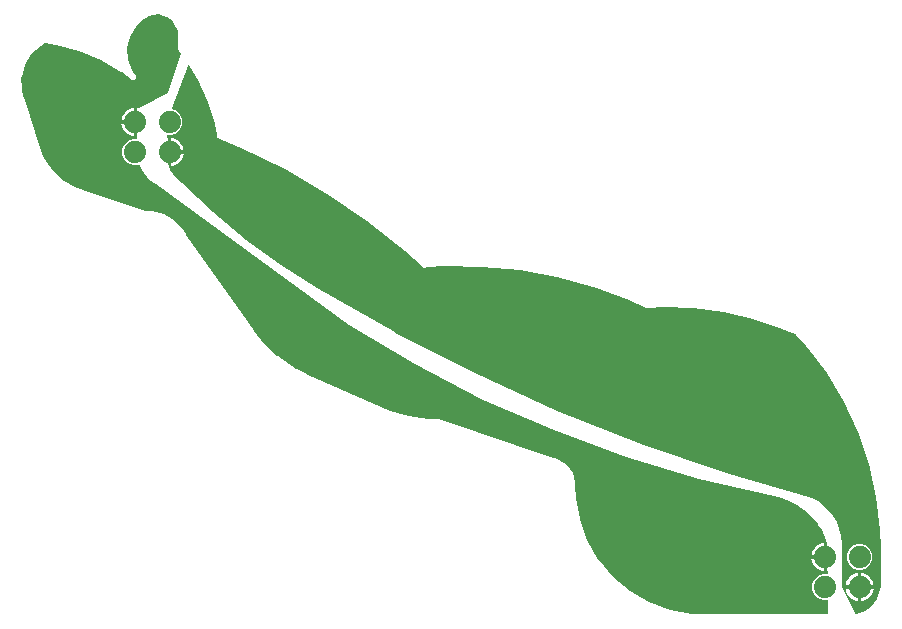
<source format=gbl>
G04 EAGLE Gerber X2 export*
G75*
%MOMM*%
%FSLAX34Y34*%
%LPD*%
%AMOC8*
5,1,8,0,0,1.08239X$1,22.5*%
G01*
%ADD10C,1.879600*%

G36*
X710340Y2831D02*
X710340Y2831D01*
X710346Y2832D01*
X710351Y2832D01*
X710516Y2866D01*
X717471Y5126D01*
X717503Y5142D01*
X717537Y5151D01*
X717683Y5234D01*
X723599Y9532D01*
X723625Y9558D01*
X723655Y9577D01*
X723768Y9701D01*
X728066Y15617D01*
X728082Y15649D01*
X728105Y15676D01*
X728174Y15829D01*
X730434Y22784D01*
X730435Y22790D01*
X730438Y22795D01*
X730469Y22960D01*
X730757Y26616D01*
X730755Y26638D01*
X730759Y26676D01*
X730759Y59472D01*
X730758Y59480D01*
X730759Y59493D01*
X730373Y73644D01*
X730369Y73666D01*
X730369Y73706D01*
X727292Y101839D01*
X727284Y101867D01*
X727279Y101921D01*
X721161Y129553D01*
X721150Y129580D01*
X721138Y129633D01*
X712052Y156437D01*
X712039Y156462D01*
X712021Y156513D01*
X700075Y182170D01*
X700059Y182193D01*
X700036Y182243D01*
X685371Y206448D01*
X685352Y206470D01*
X685324Y206517D01*
X668114Y228984D01*
X668097Y229000D01*
X668074Y229032D01*
X658991Y239072D01*
X658931Y239120D01*
X658878Y239175D01*
X658823Y239206D01*
X658799Y239226D01*
X658774Y239234D01*
X658732Y239259D01*
X647508Y244187D01*
X647487Y244192D01*
X647452Y244208D01*
X623137Y252678D01*
X623110Y252683D01*
X623061Y252700D01*
X597994Y258581D01*
X597966Y258583D01*
X597915Y258595D01*
X572371Y261824D01*
X572343Y261823D01*
X572291Y261830D01*
X546549Y262371D01*
X546527Y262368D01*
X546489Y262370D01*
X534024Y261652D01*
X534000Y261647D01*
X533975Y261648D01*
X533811Y261609D01*
X533264Y261413D01*
X533116Y261483D01*
X533005Y261515D01*
X532894Y261549D01*
X532885Y261550D01*
X532880Y261551D01*
X532859Y261550D01*
X532727Y261554D01*
X532564Y261540D01*
X532115Y261920D01*
X532095Y261932D01*
X532079Y261948D01*
X531934Y262033D01*
X517728Y268385D01*
X517709Y268390D01*
X517682Y268404D01*
X487759Y279495D01*
X487735Y279500D01*
X487696Y279516D01*
X456920Y287957D01*
X456897Y287960D01*
X456856Y287972D01*
X425462Y293699D01*
X425438Y293700D01*
X425396Y293708D01*
X393622Y296678D01*
X393598Y296676D01*
X393556Y296681D01*
X361644Y296870D01*
X361626Y296867D01*
X361595Y296868D01*
X346940Y295995D01*
X346867Y295978D01*
X345619Y295915D01*
X345610Y295913D01*
X345596Y295914D01*
X344552Y295828D01*
X343774Y296531D01*
X343767Y296536D01*
X343757Y296546D01*
X342860Y297308D01*
X342839Y297330D01*
X342825Y297352D01*
X342801Y297372D01*
X342758Y297418D01*
X328258Y310065D01*
X328245Y310073D01*
X328227Y310091D01*
X295924Y335414D01*
X295907Y335424D01*
X295881Y335446D01*
X261891Y358454D01*
X261873Y358462D01*
X261846Y358482D01*
X226333Y379064D01*
X226314Y379071D01*
X226286Y379089D01*
X189424Y397143D01*
X189409Y397147D01*
X189388Y397159D01*
X171331Y404859D01*
X171325Y404861D01*
X171319Y404864D01*
X171206Y404890D01*
X171092Y404918D01*
X171086Y404917D01*
X171080Y404919D01*
X170912Y404910D01*
X170813Y404895D01*
X170284Y405277D01*
X170277Y405281D01*
X170272Y405286D01*
X170124Y405366D01*
X169519Y405612D01*
X169469Y405731D01*
X169469Y405732D01*
X169415Y405817D01*
X169338Y405939D01*
X169338Y405940D01*
X169337Y405940D01*
X169214Y406052D01*
X169108Y406128D01*
X169005Y406773D01*
X169002Y406780D01*
X169002Y406788D01*
X168954Y406949D01*
X168700Y407551D01*
X168728Y407620D01*
X168731Y407632D01*
X168737Y407643D01*
X168758Y407751D01*
X168783Y407860D01*
X168781Y407872D01*
X168784Y407884D01*
X168770Y408051D01*
X167030Y417009D01*
X167021Y417033D01*
X167013Y417081D01*
X161296Y436236D01*
X161282Y436264D01*
X161262Y436329D01*
X153094Y454574D01*
X153076Y454601D01*
X153047Y454662D01*
X145458Y466991D01*
X145442Y467009D01*
X145431Y467031D01*
X145362Y467102D01*
X145297Y467177D01*
X145276Y467189D01*
X145259Y467206D01*
X145170Y467251D01*
X145085Y467302D01*
X145061Y467307D01*
X145039Y467318D01*
X144941Y467332D01*
X144844Y467352D01*
X144820Y467350D01*
X144796Y467353D01*
X144698Y467335D01*
X144600Y467324D01*
X144578Y467313D01*
X144554Y467309D01*
X144467Y467261D01*
X144377Y467219D01*
X144360Y467202D01*
X144339Y467190D01*
X144271Y467117D01*
X144200Y467048D01*
X144189Y467027D01*
X144173Y467009D01*
X144097Y466859D01*
X130631Y430951D01*
X130630Y430944D01*
X130626Y430938D01*
X130606Y430824D01*
X130583Y430710D01*
X130584Y430703D01*
X130583Y430696D01*
X130600Y430581D01*
X130615Y430466D01*
X130618Y430460D01*
X130619Y430453D01*
X130671Y430349D01*
X130722Y430245D01*
X130727Y430240D01*
X130730Y430234D01*
X130813Y430152D01*
X130895Y430069D01*
X130901Y430066D01*
X130906Y430061D01*
X131053Y429980D01*
X134965Y428360D01*
X138038Y425287D01*
X139701Y421273D01*
X139701Y416927D01*
X138038Y412913D01*
X134965Y409840D01*
X130951Y408177D01*
X127000Y408177D01*
X126980Y408174D01*
X126961Y408176D01*
X126859Y408154D01*
X126757Y408138D01*
X126740Y408128D01*
X126720Y408124D01*
X126631Y408071D01*
X126540Y408022D01*
X126526Y408008D01*
X126509Y407998D01*
X126442Y407919D01*
X126371Y407844D01*
X126362Y407826D01*
X126349Y407811D01*
X126310Y407715D01*
X126267Y407621D01*
X126265Y407601D01*
X126257Y407583D01*
X126239Y407416D01*
X126239Y406277D01*
X126252Y406198D01*
X126255Y406119D01*
X126271Y406078D01*
X126279Y406034D01*
X126316Y405964D01*
X126345Y405890D01*
X126373Y405856D01*
X126394Y405817D01*
X126451Y405762D01*
X126502Y405701D01*
X126540Y405678D01*
X126572Y405647D01*
X126644Y405614D01*
X126712Y405572D01*
X126755Y405562D01*
X126795Y405544D01*
X126874Y405535D01*
X126952Y405517D01*
X127010Y405520D01*
X127039Y405516D01*
X127067Y405522D01*
X127119Y405525D01*
X127255Y405546D01*
X127255Y394462D01*
X127258Y394442D01*
X127256Y394423D01*
X127278Y394321D01*
X127295Y394219D01*
X127304Y394202D01*
X127308Y394182D01*
X127361Y394093D01*
X127410Y394002D01*
X127424Y393988D01*
X127434Y393971D01*
X127513Y393904D01*
X127588Y393833D01*
X127606Y393824D01*
X127621Y393811D01*
X127717Y393773D01*
X127811Y393729D01*
X127831Y393727D01*
X127849Y393719D01*
X128016Y393701D01*
X128779Y393701D01*
X128779Y393699D01*
X128016Y393699D01*
X127996Y393696D01*
X127977Y393698D01*
X127875Y393676D01*
X127773Y393659D01*
X127756Y393650D01*
X127736Y393646D01*
X127647Y393593D01*
X127556Y393544D01*
X127542Y393530D01*
X127525Y393520D01*
X127458Y393441D01*
X127387Y393366D01*
X127378Y393348D01*
X127365Y393333D01*
X127326Y393237D01*
X127283Y393143D01*
X127281Y393123D01*
X127273Y393105D01*
X127255Y392938D01*
X127255Y384943D01*
X127261Y384905D01*
X127259Y384867D01*
X127294Y384703D01*
X128503Y381061D01*
X128518Y381032D01*
X128544Y380961D01*
X130435Y377179D01*
X130454Y377153D01*
X130491Y377086D01*
X132901Y373612D01*
X132924Y373589D01*
X132969Y373528D01*
X135850Y370433D01*
X135876Y370413D01*
X135930Y370359D01*
X139199Y367726D01*
X165505Y342762D01*
X165521Y342752D01*
X165543Y342729D01*
X193450Y319519D01*
X193466Y319509D01*
X193489Y319488D01*
X222855Y298153D01*
X222871Y298145D01*
X222896Y298125D01*
X253594Y278756D01*
X253605Y278751D01*
X253622Y278739D01*
X319677Y240896D01*
X319690Y240891D01*
X319709Y240879D01*
X387490Y206223D01*
X387503Y206218D01*
X387522Y206207D01*
X456876Y174816D01*
X456890Y174812D01*
X456910Y174801D01*
X527679Y146747D01*
X527693Y146744D01*
X527713Y146734D01*
X599737Y122079D01*
X599751Y122077D01*
X599772Y122068D01*
X672798Y100895D01*
X677932Y97900D01*
X682676Y94244D01*
X686911Y90009D01*
X690567Y85266D01*
X693584Y80092D01*
X695913Y74574D01*
X697514Y68803D01*
X698361Y62874D01*
X698440Y56886D01*
X697744Y50888D01*
X697745Y50858D01*
X697739Y50800D01*
X697739Y25400D01*
X697754Y25309D01*
X697761Y25217D01*
X697775Y25180D01*
X697779Y25157D01*
X697794Y25129D01*
X697819Y25060D01*
X708757Y3183D01*
X708827Y3086D01*
X708897Y2988D01*
X708900Y2986D01*
X708901Y2984D01*
X709000Y2913D01*
X709096Y2844D01*
X709099Y2843D01*
X709102Y2841D01*
X709217Y2805D01*
X709330Y2770D01*
X709334Y2770D01*
X709337Y2769D01*
X709348Y2769D01*
X709498Y2765D01*
X710340Y2831D01*
G37*
G36*
X685820Y2544D02*
X685820Y2544D01*
X685839Y2542D01*
X685941Y2564D01*
X686043Y2580D01*
X686060Y2590D01*
X686080Y2594D01*
X686169Y2647D01*
X686260Y2696D01*
X686274Y2710D01*
X686291Y2720D01*
X686358Y2799D01*
X686430Y2874D01*
X686438Y2892D01*
X686451Y2907D01*
X686490Y3003D01*
X686533Y3097D01*
X686535Y3117D01*
X686543Y3135D01*
X686561Y3302D01*
X686561Y13716D01*
X686558Y13736D01*
X686560Y13755D01*
X686538Y13857D01*
X686522Y13959D01*
X686512Y13976D01*
X686508Y13996D01*
X686455Y14085D01*
X686406Y14176D01*
X686392Y14190D01*
X686382Y14207D01*
X686303Y14274D01*
X686228Y14346D01*
X686210Y14354D01*
X686195Y14367D01*
X686099Y14406D01*
X686005Y14449D01*
X685985Y14451D01*
X685967Y14459D01*
X685800Y14477D01*
X681849Y14477D01*
X677835Y16140D01*
X674762Y19213D01*
X673099Y23227D01*
X673099Y27573D01*
X674762Y31587D01*
X677835Y34660D01*
X681849Y36323D01*
X685800Y36323D01*
X685820Y36326D01*
X685839Y36324D01*
X685941Y36346D01*
X686043Y36362D01*
X686060Y36372D01*
X686080Y36376D01*
X686169Y36429D01*
X686260Y36478D01*
X686274Y36492D01*
X686291Y36502D01*
X686358Y36581D01*
X686430Y36656D01*
X686438Y36674D01*
X686451Y36689D01*
X686490Y36785D01*
X686533Y36879D01*
X686535Y36899D01*
X686543Y36917D01*
X686561Y37084D01*
X686561Y38223D01*
X686548Y38302D01*
X686545Y38381D01*
X686529Y38422D01*
X686522Y38466D01*
X686484Y38536D01*
X686455Y38610D01*
X686427Y38644D01*
X686406Y38683D01*
X686349Y38738D01*
X686298Y38799D01*
X686260Y38822D01*
X686228Y38853D01*
X686156Y38886D01*
X686088Y38928D01*
X686045Y38938D01*
X686005Y38956D01*
X685926Y38965D01*
X685848Y38983D01*
X685790Y38980D01*
X685761Y38984D01*
X685733Y38978D01*
X685681Y38975D01*
X685545Y38954D01*
X685545Y50038D01*
X685542Y50058D01*
X685544Y50077D01*
X685522Y50179D01*
X685505Y50281D01*
X685496Y50298D01*
X685492Y50318D01*
X685439Y50407D01*
X685390Y50498D01*
X685376Y50512D01*
X685366Y50529D01*
X685287Y50596D01*
X685212Y50667D01*
X685194Y50676D01*
X685179Y50689D01*
X685083Y50727D01*
X684989Y50771D01*
X684969Y50773D01*
X684951Y50781D01*
X684784Y50799D01*
X684021Y50799D01*
X684021Y50801D01*
X684784Y50801D01*
X684804Y50804D01*
X684823Y50802D01*
X684925Y50824D01*
X685027Y50841D01*
X685044Y50850D01*
X685064Y50854D01*
X685153Y50907D01*
X685244Y50956D01*
X685258Y50970D01*
X685275Y50980D01*
X685342Y51059D01*
X685413Y51134D01*
X685422Y51152D01*
X685435Y51167D01*
X685474Y51263D01*
X685517Y51357D01*
X685519Y51377D01*
X685527Y51395D01*
X685545Y51562D01*
X685545Y60271D01*
X685540Y60301D01*
X685533Y60406D01*
X685185Y62333D01*
X685175Y62362D01*
X685164Y62421D01*
X683477Y67918D01*
X683463Y67945D01*
X683445Y68003D01*
X681116Y73261D01*
X681100Y73286D01*
X681075Y73341D01*
X678138Y78285D01*
X678119Y78308D01*
X678087Y78360D01*
X674584Y82919D01*
X674562Y82940D01*
X674552Y82953D01*
X674546Y82963D01*
X674540Y82968D01*
X674525Y82987D01*
X670505Y87098D01*
X670480Y87116D01*
X670437Y87159D01*
X665957Y90763D01*
X665932Y90777D01*
X665890Y90811D01*
X659989Y94586D01*
X659965Y94596D01*
X659925Y94623D01*
X653685Y97805D01*
X653660Y97813D01*
X653617Y97836D01*
X647097Y100396D01*
X647071Y100401D01*
X647027Y100419D01*
X640288Y102332D01*
X640274Y102334D01*
X640253Y102341D01*
X577027Y117057D01*
X514852Y135637D01*
X453940Y158015D01*
X394525Y184107D01*
X336831Y213814D01*
X281090Y247016D01*
X117288Y366375D01*
X117287Y366376D01*
X117285Y366377D01*
X113422Y369164D01*
X110015Y372418D01*
X107085Y376108D01*
X104689Y380164D01*
X103651Y382643D01*
X103642Y382658D01*
X103636Y382676D01*
X103577Y382762D01*
X103521Y382851D01*
X103507Y382863D01*
X103496Y382878D01*
X103412Y382941D01*
X103331Y383007D01*
X103314Y383014D01*
X103299Y383025D01*
X103199Y383057D01*
X103101Y383095D01*
X103083Y383095D01*
X103065Y383101D01*
X102960Y383100D01*
X102855Y383104D01*
X102837Y383099D01*
X102819Y383099D01*
X102658Y383052D01*
X101995Y382777D01*
X97649Y382777D01*
X93635Y384440D01*
X90562Y387513D01*
X88899Y391527D01*
X88899Y395873D01*
X90562Y399887D01*
X93635Y402960D01*
X97649Y404623D01*
X100330Y404623D01*
X100350Y404626D01*
X100369Y404624D01*
X100471Y404646D01*
X100573Y404662D01*
X100590Y404672D01*
X100610Y404676D01*
X100699Y404729D01*
X100790Y404778D01*
X100804Y404792D01*
X100821Y404802D01*
X100888Y404881D01*
X100960Y404956D01*
X100968Y404974D01*
X100981Y404989D01*
X101020Y405085D01*
X101063Y405179D01*
X101065Y405199D01*
X101073Y405217D01*
X101091Y405384D01*
X101091Y418338D01*
X101088Y418358D01*
X101090Y418377D01*
X101068Y418479D01*
X101052Y418581D01*
X101042Y418598D01*
X101038Y418618D01*
X100985Y418707D01*
X100936Y418798D01*
X100922Y418812D01*
X100912Y418829D01*
X100833Y418896D01*
X100758Y418967D01*
X100740Y418976D01*
X100725Y418989D01*
X100629Y419027D01*
X100535Y419071D01*
X100515Y419073D01*
X100497Y419081D01*
X100330Y419099D01*
X99821Y419099D01*
X99821Y419101D01*
X100330Y419101D01*
X100350Y419104D01*
X100369Y419102D01*
X100471Y419124D01*
X100573Y419141D01*
X100590Y419150D01*
X100610Y419154D01*
X100699Y419207D01*
X100790Y419256D01*
X100804Y419270D01*
X100821Y419280D01*
X100888Y419359D01*
X100960Y419434D01*
X100968Y419452D01*
X100981Y419467D01*
X101020Y419563D01*
X101063Y419657D01*
X101065Y419677D01*
X101073Y419695D01*
X101091Y419862D01*
X101091Y430100D01*
X101101Y430112D01*
X101134Y430136D01*
X101181Y430205D01*
X101235Y430268D01*
X101250Y430306D01*
X101273Y430339D01*
X101296Y430419D01*
X101327Y430496D01*
X101333Y430549D01*
X101340Y430576D01*
X101339Y430605D01*
X101345Y430663D01*
X101345Y430946D01*
X102187Y430813D01*
X102223Y430813D01*
X102258Y430805D01*
X102345Y430814D01*
X102433Y430814D01*
X102467Y430826D01*
X102503Y430830D01*
X102659Y430891D01*
X127353Y443826D01*
X127420Y443876D01*
X127493Y443920D01*
X127518Y443950D01*
X127550Y443974D01*
X127597Y444043D01*
X127652Y444107D01*
X127674Y444154D01*
X127689Y444176D01*
X127697Y444205D01*
X127722Y444259D01*
X138477Y476524D01*
X138483Y476563D01*
X138498Y476599D01*
X138503Y476683D01*
X138516Y476767D01*
X138510Y476805D01*
X138512Y476844D01*
X138490Y476926D01*
X138476Y477009D01*
X138457Y477044D01*
X138447Y477082D01*
X138361Y477225D01*
X136573Y479577D01*
X136549Y479600D01*
X136493Y479667D01*
X135908Y480227D01*
X135908Y480230D01*
X135884Y480306D01*
X135870Y480384D01*
X135848Y480423D01*
X135835Y480465D01*
X135793Y480530D01*
X135882Y481386D01*
X135880Y481417D01*
X135885Y481480D01*
X135574Y495727D01*
X135571Y495743D01*
X135572Y495759D01*
X135543Y495924D01*
X134743Y498663D01*
X134736Y498677D01*
X134734Y498692D01*
X134663Y498845D01*
X131509Y504035D01*
X131477Y504072D01*
X131453Y504115D01*
X131365Y504204D01*
X131349Y504222D01*
X131343Y504226D01*
X131335Y504234D01*
X126597Y508034D01*
X126554Y508058D01*
X126517Y508090D01*
X126403Y508143D01*
X126382Y508154D01*
X126375Y508156D01*
X126365Y508161D01*
X120613Y510112D01*
X120565Y510120D01*
X120519Y510137D01*
X120394Y510148D01*
X120371Y510152D01*
X120363Y510151D01*
X120352Y510152D01*
X114280Y510019D01*
X114265Y510016D01*
X114249Y510018D01*
X114084Y509989D01*
X111313Y509181D01*
X111298Y509174D01*
X111282Y509172D01*
X111130Y509101D01*
X107183Y506699D01*
X107180Y506697D01*
X107052Y506598D01*
X100141Y499968D01*
X100125Y499947D01*
X100104Y499930D01*
X100006Y499794D01*
X95288Y491460D01*
X95278Y491435D01*
X95263Y491413D01*
X95208Y491254D01*
X93078Y481918D01*
X93076Y481891D01*
X93068Y481865D01*
X93060Y481698D01*
X93698Y472142D01*
X93704Y472116D01*
X93703Y472089D01*
X93744Y471926D01*
X97095Y462955D01*
X97097Y462951D01*
X97170Y462807D01*
X99597Y459066D01*
X99627Y459034D01*
X99648Y458997D01*
X99755Y458893D01*
X99763Y458884D01*
X99765Y458883D01*
X99768Y458880D01*
X100181Y458559D01*
X100202Y458394D01*
X100234Y458284D01*
X100264Y458172D01*
X100269Y458164D01*
X100271Y458158D01*
X100283Y458140D01*
X100350Y458028D01*
X100451Y457895D01*
X100366Y457282D01*
X100367Y457267D01*
X100363Y457252D01*
X100365Y457084D01*
X100441Y456470D01*
X100339Y456339D01*
X100284Y456237D01*
X100227Y456138D01*
X100225Y456128D01*
X100222Y456123D01*
X100218Y456101D01*
X100186Y455975D01*
X100163Y455810D01*
X99670Y455437D01*
X99659Y455426D01*
X99646Y455418D01*
X99529Y455297D01*
X99149Y454809D01*
X98984Y454788D01*
X98874Y454756D01*
X98762Y454726D01*
X98754Y454721D01*
X98748Y454719D01*
X98730Y454707D01*
X98618Y454640D01*
X98485Y454539D01*
X97872Y454624D01*
X97857Y454623D01*
X97842Y454627D01*
X97674Y454625D01*
X97060Y454549D01*
X96929Y454651D01*
X96827Y454706D01*
X96728Y454763D01*
X96718Y454765D01*
X96713Y454768D01*
X96691Y454772D01*
X96565Y454804D01*
X96400Y454827D01*
X96056Y455281D01*
X96036Y455300D01*
X96021Y455324D01*
X95897Y455437D01*
X88117Y461093D01*
X88094Y461105D01*
X88055Y461134D01*
X70803Y471252D01*
X70774Y471263D01*
X70714Y471296D01*
X52290Y479076D01*
X52259Y479083D01*
X52196Y479108D01*
X32914Y484416D01*
X32887Y484419D01*
X32841Y484432D01*
X24023Y485950D01*
X23970Y485951D01*
X23917Y485961D01*
X23847Y485952D01*
X23777Y485952D01*
X23726Y485936D01*
X23673Y485929D01*
X23570Y485884D01*
X23543Y485876D01*
X23535Y485869D01*
X23519Y485863D01*
X19790Y483756D01*
X19785Y483751D01*
X19657Y483660D01*
X11885Y476699D01*
X11869Y476679D01*
X11848Y476663D01*
X11745Y476531D01*
X6271Y467649D01*
X6261Y467625D01*
X6246Y467604D01*
X6185Y467448D01*
X3461Y457377D01*
X3458Y457351D01*
X3449Y457327D01*
X3435Y457160D01*
X3686Y446729D01*
X3687Y446722D01*
X3707Y446566D01*
X4951Y441489D01*
X4958Y441472D01*
X4963Y441443D01*
X4969Y441426D01*
X4970Y441423D01*
X4971Y441419D01*
X5352Y440237D01*
X5353Y440216D01*
X5363Y440186D01*
X5375Y440122D01*
X19637Y394408D01*
X19651Y394380D01*
X19673Y394316D01*
X22336Y388546D01*
X22353Y388520D01*
X22402Y388430D01*
X29720Y377904D01*
X29724Y377900D01*
X29726Y377896D01*
X29838Y377771D01*
X39393Y369223D01*
X39397Y369221D01*
X39400Y369217D01*
X39538Y369121D01*
X50811Y363016D01*
X50840Y363006D01*
X50933Y362963D01*
X55906Y361309D01*
X55942Y361303D01*
X57119Y360911D01*
X57136Y360908D01*
X57162Y360898D01*
X58139Y360635D01*
X58197Y360599D01*
X58250Y360554D01*
X58319Y360522D01*
X58347Y360505D01*
X58368Y360499D01*
X58402Y360484D01*
X108614Y343764D01*
X108651Y343758D01*
X108687Y343744D01*
X108853Y343725D01*
X113560Y343718D01*
X123678Y340991D01*
X132746Y335738D01*
X140145Y328317D01*
X142682Y323909D01*
X142698Y323889D01*
X142720Y323849D01*
X199425Y243614D01*
X200214Y242497D01*
X200223Y242488D01*
X200234Y242470D01*
X206188Y234799D01*
X206212Y234777D01*
X206256Y234722D01*
X220098Y221126D01*
X220123Y221108D01*
X220203Y221040D01*
X236246Y210127D01*
X236275Y210113D01*
X236334Y210075D01*
X245022Y205738D01*
X245035Y205734D01*
X245053Y205724D01*
X246038Y205286D01*
X246303Y205168D01*
X308022Y177737D01*
X308032Y177735D01*
X308046Y177727D01*
X315568Y174693D01*
X315595Y174687D01*
X315643Y174668D01*
X331229Y170206D01*
X331261Y170202D01*
X331333Y170184D01*
X347388Y167931D01*
X347416Y167931D01*
X347467Y167924D01*
X354845Y167667D01*
X354949Y167680D01*
X355054Y167688D01*
X355075Y167696D01*
X355089Y167698D01*
X355117Y167712D01*
X355212Y167747D01*
X355405Y167843D01*
X355895Y167680D01*
X355933Y167674D01*
X355969Y167659D01*
X356136Y167641D01*
X356652Y167641D01*
X356845Y167448D01*
X356920Y167394D01*
X356991Y167334D01*
X357027Y167317D01*
X357045Y167304D01*
X357076Y167295D01*
X357143Y167264D01*
X453824Y135037D01*
X455122Y134604D01*
X458904Y133343D01*
X465329Y128620D01*
X469991Y122151D01*
X472441Y114563D01*
X472441Y110576D01*
X472443Y110563D01*
X472441Y110542D01*
X472850Y101193D01*
X472856Y101162D01*
X472861Y101094D01*
X476108Y82679D01*
X476118Y82649D01*
X476142Y82551D01*
X482537Y64979D01*
X482553Y64952D01*
X482593Y64859D01*
X491943Y48665D01*
X491963Y48641D01*
X492019Y48557D01*
X504039Y34232D01*
X504062Y34212D01*
X504132Y34139D01*
X518457Y22119D01*
X518484Y22103D01*
X518565Y22043D01*
X534759Y12693D01*
X534788Y12682D01*
X534879Y12637D01*
X552451Y6242D01*
X552482Y6236D01*
X552579Y6208D01*
X570994Y2961D01*
X571026Y2960D01*
X571093Y2950D01*
X580442Y2541D01*
X580455Y2543D01*
X580476Y2541D01*
X685800Y2541D01*
X685820Y2544D01*
G37*
%LPC*%
G36*
X710805Y39877D02*
X710805Y39877D01*
X706791Y41540D01*
X703718Y44613D01*
X702055Y48627D01*
X702055Y52973D01*
X703718Y56987D01*
X706791Y60060D01*
X710805Y61723D01*
X715151Y61723D01*
X719165Y60060D01*
X722238Y56987D01*
X723901Y52973D01*
X723901Y48627D01*
X722238Y44613D01*
X719165Y41540D01*
X715151Y39877D01*
X710805Y39877D01*
G37*
%LPD*%
%LPC*%
G36*
X130301Y395223D02*
X130301Y395223D01*
X130301Y405546D01*
X131574Y405345D01*
X133361Y404764D01*
X135035Y403911D01*
X136556Y402806D01*
X137884Y401478D01*
X138989Y399957D01*
X139842Y398283D01*
X140423Y396496D01*
X140624Y395223D01*
X130301Y395223D01*
G37*
%LPD*%
%LPC*%
G36*
X714501Y26923D02*
X714501Y26923D01*
X714501Y37246D01*
X715774Y37045D01*
X717561Y36464D01*
X719235Y35611D01*
X720756Y34506D01*
X722084Y33178D01*
X723189Y31657D01*
X724042Y29983D01*
X724623Y28196D01*
X724824Y26923D01*
X714501Y26923D01*
G37*
%LPD*%
%LPC*%
G36*
X87976Y420623D02*
X87976Y420623D01*
X88177Y421896D01*
X88758Y423683D01*
X89611Y425357D01*
X90716Y426878D01*
X92044Y428206D01*
X93565Y429311D01*
X95239Y430164D01*
X97026Y430745D01*
X98299Y430946D01*
X98299Y420623D01*
X87976Y420623D01*
G37*
%LPD*%
%LPC*%
G36*
X130301Y392177D02*
X130301Y392177D01*
X140624Y392177D01*
X140423Y390904D01*
X139842Y389117D01*
X138989Y387443D01*
X137884Y385922D01*
X136556Y384594D01*
X135035Y383489D01*
X133361Y382636D01*
X131574Y382055D01*
X130301Y381854D01*
X130301Y392177D01*
G37*
%LPD*%
%LPC*%
G36*
X672176Y52323D02*
X672176Y52323D01*
X672377Y53596D01*
X672958Y55383D01*
X673811Y57057D01*
X674916Y58578D01*
X676244Y59906D01*
X677765Y61011D01*
X679439Y61864D01*
X681226Y62445D01*
X682499Y62646D01*
X682499Y52323D01*
X672176Y52323D01*
G37*
%LPD*%
%LPC*%
G36*
X701132Y26923D02*
X701132Y26923D01*
X701333Y28196D01*
X701914Y29983D01*
X702767Y31657D01*
X703872Y33178D01*
X705200Y34506D01*
X706721Y35611D01*
X708395Y36464D01*
X710182Y37045D01*
X711455Y37246D01*
X711455Y26923D01*
X701132Y26923D01*
G37*
%LPD*%
%LPC*%
G36*
X714501Y23877D02*
X714501Y23877D01*
X724824Y23877D01*
X724623Y22604D01*
X724042Y20817D01*
X723189Y19143D01*
X722084Y17622D01*
X720756Y16294D01*
X719235Y15189D01*
X717561Y14336D01*
X715774Y13755D01*
X714501Y13554D01*
X714501Y23877D01*
G37*
%LPD*%
%LPC*%
G36*
X97026Y407455D02*
X97026Y407455D01*
X95239Y408036D01*
X93565Y408889D01*
X92044Y409994D01*
X90716Y411322D01*
X89611Y412843D01*
X88758Y414517D01*
X88177Y416304D01*
X87976Y417577D01*
X98299Y417577D01*
X98299Y407254D01*
X97026Y407455D01*
G37*
%LPD*%
%LPC*%
G36*
X681226Y39155D02*
X681226Y39155D01*
X679439Y39736D01*
X677765Y40589D01*
X676244Y41694D01*
X674916Y43022D01*
X673811Y44543D01*
X672958Y46217D01*
X672377Y48004D01*
X672176Y49277D01*
X682499Y49277D01*
X682499Y38954D01*
X681226Y39155D01*
G37*
%LPD*%
%LPC*%
G36*
X710182Y13755D02*
X710182Y13755D01*
X708395Y14336D01*
X706721Y15189D01*
X705200Y16294D01*
X703872Y17622D01*
X702767Y19143D01*
X701914Y20817D01*
X701333Y22604D01*
X701132Y23877D01*
X711455Y23877D01*
X711455Y13554D01*
X710182Y13755D01*
G37*
%LPD*%
%LPC*%
G36*
X712977Y25399D02*
X712977Y25399D01*
X712977Y25401D01*
X712979Y25401D01*
X712979Y25399D01*
X712977Y25399D01*
G37*
%LPD*%
D10*
X684022Y50800D03*
X712978Y50800D03*
X684022Y25400D03*
X712978Y25400D03*
X99822Y419100D03*
X128778Y419100D03*
X99822Y393700D03*
X128778Y393700D03*
M02*

</source>
